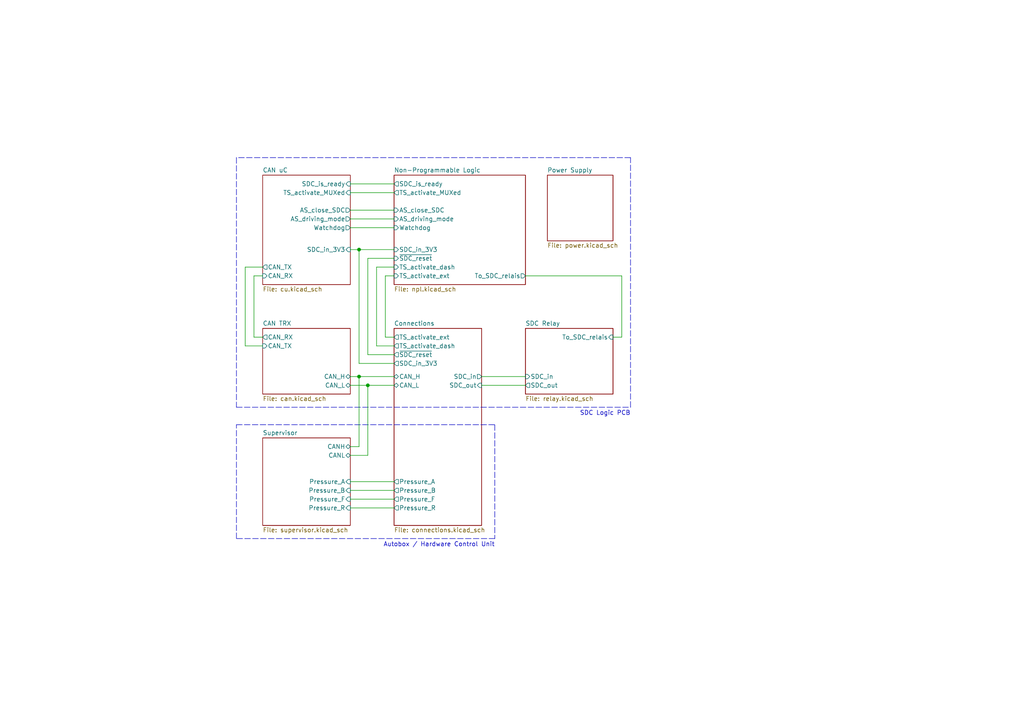
<source format=kicad_sch>
(kicad_sch (version 20211123) (generator eeschema)
  (paper "A4")
  (title_block (title "SDCL - Meta") (date "2021-12-16") (rev "v1.0") (company "FaSTTUBe - Formula Student Team TU Berlin") (comment 1 "Car 113") (comment 2 "EBS Electronics") (comment 3 "T 14.5 rule conformity"))
  (lib_symbols)
  (junction (at 104.14 72.39))
  (junction (at 106.68 111.76))
  (junction (at 104.14 109.22))
  (wire (pts (xy 152.4 80.01) (xy 180.34 80.01)))
  (polyline (pts (xy 143.51 156.21) (xy 68.58 156.21)))
  (polyline (pts (xy 143.51 123.19) (xy 143.51 156.21)))
  (wire (pts (xy 71.12 77.47) (xy 76.2 77.47)))
  (wire (pts (xy 114.3 97.79) (xy 111.76 97.79)))
  (wire (pts (xy 101.6 142.24) (xy 114.3 142.24)))
  (polyline (pts (xy 182.88 45.72) (xy 68.58 45.72)))
  (wire (pts (xy 114.3 100.33) (xy 109.22 100.33)))
  (wire (pts (xy 101.6 66.04) (xy 114.3 66.04)))
  (wire (pts (xy 101.6 111.76) (xy 106.68 111.76)))
  (wire (pts (xy 101.6 129.54) (xy 104.14 129.54)))
  (polyline (pts (xy 68.58 45.72) (xy 68.58 118.11)))
  (wire (pts (xy 111.76 97.79) (xy 111.76 80.01)))
  (wire (pts (xy 109.22 77.47) (xy 114.3 77.47)))
  (wire (pts (xy 71.12 100.33) (xy 71.12 77.47)))
  (wire (pts (xy 104.14 129.54) (xy 104.14 109.22)))
  (wire (pts (xy 101.6 60.96) (xy 114.3 60.96)))
  (wire (pts (xy 101.6 72.39) (xy 104.14 72.39)))
  (wire (pts (xy 109.22 100.33) (xy 109.22 77.47)))
  (wire (pts (xy 114.3 102.87) (xy 106.68 102.87)))
  (wire (pts (xy 76.2 100.33) (xy 71.12 100.33)))
  (wire (pts (xy 73.66 80.01) (xy 76.2 80.01)))
  (polyline (pts (xy 68.58 118.11) (xy 182.88 118.11)))
  (wire (pts (xy 101.6 55.88) (xy 114.3 55.88)))
  (wire (pts (xy 180.34 97.79) (xy 177.8 97.79)))
  (wire (pts (xy 114.3 105.41) (xy 104.14 105.41)))
  (wire (pts (xy 106.68 102.87) (xy 106.68 74.93)))
  (wire (pts (xy 101.6 63.5) (xy 114.3 63.5)))
  (polyline (pts (xy 68.58 123.19) (xy 143.51 123.19)))
  (wire (pts (xy 180.34 97.79) (xy 180.34 80.01)))
  (wire (pts (xy 101.6 147.32) (xy 114.3 147.32)))
  (wire (pts (xy 114.3 109.22) (xy 104.14 109.22)))
  (wire (pts (xy 101.6 109.22) (xy 104.14 109.22)))
  (wire (pts (xy 73.66 97.79) (xy 73.66 80.01)))
  (polyline (pts (xy 68.58 156.21) (xy 68.58 123.19)))
  (wire (pts (xy 76.2 97.79) (xy 73.66 97.79)))
  (wire (pts (xy 101.6 132.08) (xy 106.68 132.08)))
  (wire (pts (xy 101.6 139.7) (xy 114.3 139.7)))
  (polyline (pts (xy 182.88 118.11) (xy 182.88 45.72)))
  (wire (pts (xy 139.7 109.22) (xy 152.4 109.22)))
  (wire (pts (xy 106.68 132.08) (xy 106.68 111.76)))
  (wire (pts (xy 104.14 72.39) (xy 114.3 72.39)))
  (wire (pts (xy 104.14 105.41) (xy 104.14 72.39)))
  (wire (pts (xy 101.6 144.78) (xy 114.3 144.78)))
  (wire (pts (xy 106.68 74.93) (xy 114.3 74.93)))
  (wire (pts (xy 101.6 53.34) (xy 114.3 53.34)))
  (wire (pts (xy 114.3 111.76) (xy 106.68 111.76)))
  (wire (pts (xy 139.7 111.76) (xy 152.4 111.76)))
  (wire (pts (xy 114.3 80.01) (xy 111.76 80.01)))
  (text "SDC Logic PCB" (at 182.88 120.65 180) (effects (font (size 1.27 1.27)) (justify right bottom)))
  (text "Autobox / Hardware Control Unit" (at 143.51 158.75 180) (effects (font (size 1.27 1.27)) (justify right bottom)))
  (sheet (at 114.3 50.8) (size 38.1 31.75)
    (property "Sheet name" "Non-Programmable Logic" (at 114.3 50.0884 0) (effects (justify left bottom)))
    (property "Sheet file" "npl.kicad_sch" (at 114.3 83.1346 0) (effects (justify left top)))
    (pin "AS_driving_mode" input (at 114.3 63.5 180))
    (pin "TS_activate_dash" input (at 114.3 77.47 180))
    (pin "TS_activate_ext" input (at 114.3 80.01 180))
    (pin "AS_close_SDC" input (at 114.3 60.96 180))
    (pin "Watchdog" input (at 114.3 66.04 180))
    (pin "SDC_in_3V3" input (at 114.3 72.39 180))
    (pin "To_SDC_relais" output (at 152.4 80.01 0))
    (pin "SDC_is_ready" output (at 114.3 53.34 180))
    (pin "~{SDC_reset}" input (at 114.3 74.93 180))
    (pin "TS_activate_MUXed" output (at 114.3 55.88 180))
  )
  (sheet (at 76.2 50.8) (size 25.4 31.75)
    (property "Sheet name" "CAN uC" (at 76.2 50.0884 0) (effects (justify left bottom)))
    (property "Sheet file" "cu.kicad_sch" (at 76.2 83.1346 0) (effects (justify left top)))
    (pin "SDC_is_ready" input (at 101.6 53.34 0))
    (pin "AS_close_SDC" output (at 101.6 60.96 0))
    (pin "AS_driving_mode" output (at 101.6 63.5 0))
    (pin "Watchdog" output (at 101.6 66.04 0))
    (pin "CAN_RX" input (at 76.2 80.01 180))
    (pin "CAN_TX" output (at 76.2 77.47 180))
    (pin "TS_activate_MUXed" input (at 101.6 55.88 0))
    (pin "SDC_in_3V3" input (at 101.6 72.39 0))
  )
  (sheet (at 152.4 95.25) (size 25.4 19.05)
    (property "Sheet name" "SDC Relay" (at 152.4 94.5384 0) (effects (justify left bottom)))
    (property "Sheet file" "relay.kicad_sch" (at 152.4 114.8846 0) (effects (justify left top)))
    (pin "To_SDC_relais" input (at 177.8 97.79 0))
    (pin "SDC_in" input (at 152.4 109.22 180))
    (pin "SDC_out" output (at 152.4 111.76 180))
  )
  (sheet (at 158.75 50.8) (size 19.05 19.05)
    (property "Sheet name" "Power Supply" (at 158.75 50.0884 0) (effects (justify left bottom)))
    (property "Sheet file" "power.kicad_sch" (at 158.75 70.4346 0) (effects (justify left top)))
  )
  (sheet (at 114.3 95.25) (size 25.4 57.15)
    (property "Sheet name" "Connections" (at 114.3 94.5384 0) (effects (justify left bottom)))
    (property "Sheet file" "connections.kicad_sch" (at 114.3 152.9846 0) (effects (justify left top)))
    (pin "SDC_in_3V3" output (at 114.3 105.41 180))
    (pin "TS_activate_dash" output (at 114.3 100.33 180))
    (pin "TS_activate_ext" output (at 114.3 97.79 180))
    (pin "SDC_in" output (at 139.7 109.22 0))
    (pin "SDC_out" input (at 139.7 111.76 0))
    (pin "~{SDC_reset}" output (at 114.3 102.87 180))
    (pin "CAN_H" bidirectional (at 114.3 109.22 180))
    (pin "CAN_L" bidirectional (at 114.3 111.76 180))
    (pin "Pressure_A" output (at 114.3 139.7 180))
    (pin "Pressure_B" output (at 114.3 142.24 180))
    (pin "Pressure_F" output (at 114.3 144.78 180))
    (pin "Pressure_R" output (at 114.3 147.32 180))
  )
  (sheet (at 76.2 95.25) (size 25.4 19.05)
    (property "Sheet name" "CAN TRX" (at 76.2 94.5384 0) (effects (justify left bottom)))
    (property "Sheet file" "can.kicad_sch" (at 76.2 114.8846 0) (effects (justify left top)))
    (pin "CAN_H" bidirectional (at 101.6 109.22 0))
    (pin "CAN_L" bidirectional (at 101.6 111.76 0))
    (pin "CAN_TX" input (at 76.2 100.33 180))
    (pin "CAN_RX" output (at 76.2 97.79 180))
  )
  (sheet (at 76.2 127) (size 25.4 25.4)
    (property "Sheet name" "Supervisor" (at 76.2 126.2884 0) (effects (justify left bottom)))
    (property "Sheet file" "supervisor.kicad_sch" (at 76.2 152.9846 0) (effects (justify left top)))
    (pin "CANH" bidirectional (at 101.6 129.54 0))
    (pin "CANL" bidirectional (at 101.6 132.08 0))
    (pin "Pressure_A" input (at 101.6 139.7 0))
    (pin "Pressure_B" input (at 101.6 142.24 0))
    (pin "Pressure_F" input (at 101.6 144.78 0))
    (pin "Pressure_R" input (at 101.6 147.32 0))
  )
)
</source>
